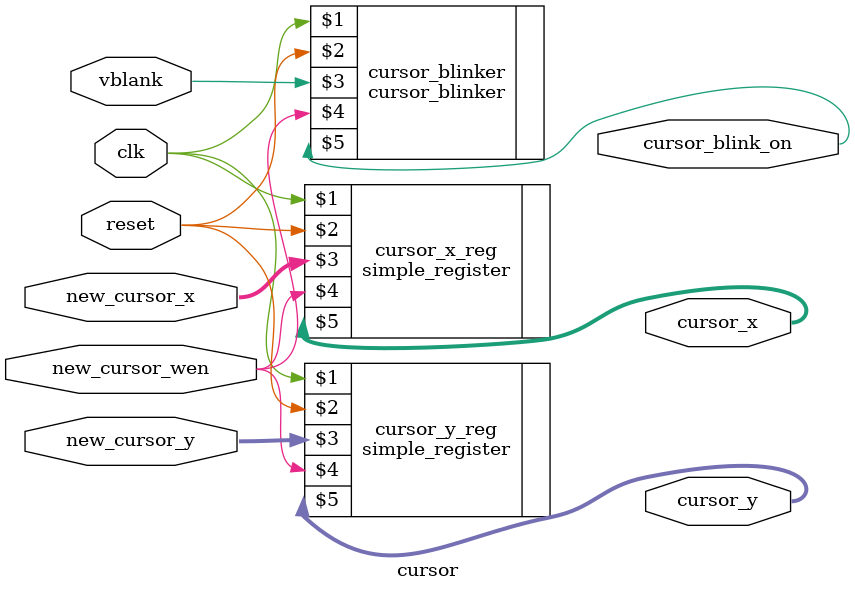
<source format=v>
/**
 * Cursor (position and blinking)
 */
module cursor
  #(parameter ROW_BITS = 5,
    parameter COL_BITS = 7)
   (input clk,
    input reset,
    input vblank,
    output wire [COL_BITS-1:0] cursor_x,
    output wire [ROW_BITS-1:0] cursor_y,
    output wire cursor_blink_on,
    input [COL_BITS-1:0] new_cursor_x,
    input [ROW_BITS-1:0] new_cursor_y,
    input new_cursor_wen
    );

   cursor_blinker cursor_blinker(clk, reset, vblank, new_cursor_wen, cursor_blink_on);
   simple_register #(.SIZE(COL_BITS)) cursor_x_reg(clk, reset, new_cursor_x,
                                                   new_cursor_wen, cursor_x);
   simple_register #(.SIZE(ROW_BITS)) cursor_y_reg(clk, reset, new_cursor_y,
                                                   new_cursor_wen, cursor_y);
endmodule

</source>
